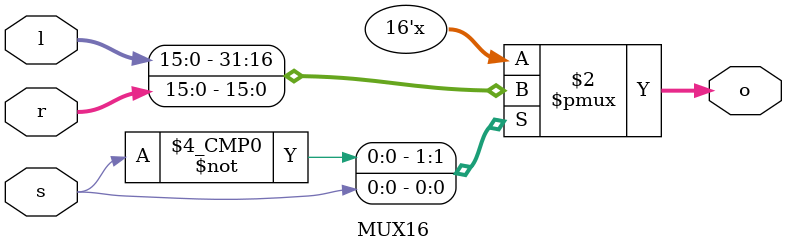
<source format=v>
module MUX16(s,l,r,o);
input signed [15:0] l, r;
input s;
output signed [15:0] o;
reg [15:0] o;
always @ (*)
begin
    case(s)
        1'b0 : o = l;
        1'b1 : o = r;
    endcase
end
endmodule

</source>
